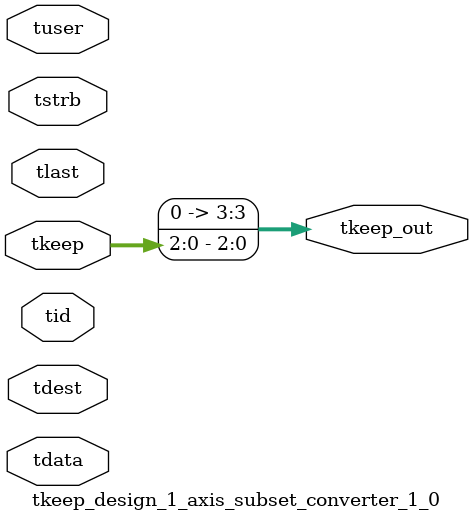
<source format=v>


`timescale 1ps/1ps

module tkeep_design_1_axis_subset_converter_1_0 #
(
parameter C_S_AXIS_TDATA_WIDTH = 32,
parameter C_S_AXIS_TUSER_WIDTH = 0,
parameter C_S_AXIS_TID_WIDTH   = 0,
parameter C_S_AXIS_TDEST_WIDTH = 0,
parameter C_M_AXIS_TDATA_WIDTH = 32
)
(
input  [(C_S_AXIS_TDATA_WIDTH == 0 ? 1 : C_S_AXIS_TDATA_WIDTH)-1:0     ] tdata,
input  [(C_S_AXIS_TUSER_WIDTH == 0 ? 1 : C_S_AXIS_TUSER_WIDTH)-1:0     ] tuser,
input  [(C_S_AXIS_TID_WIDTH   == 0 ? 1 : C_S_AXIS_TID_WIDTH)-1:0       ] tid,
input  [(C_S_AXIS_TDEST_WIDTH == 0 ? 1 : C_S_AXIS_TDEST_WIDTH)-1:0     ] tdest,
input  [(C_S_AXIS_TDATA_WIDTH/8)-1:0 ] tkeep,
input  [(C_S_AXIS_TDATA_WIDTH/8)-1:0 ] tstrb,
input                                                                    tlast,
output [(C_M_AXIS_TDATA_WIDTH/8)-1:0 ] tkeep_out
);

assign tkeep_out = {tkeep[2:0]};

endmodule


</source>
